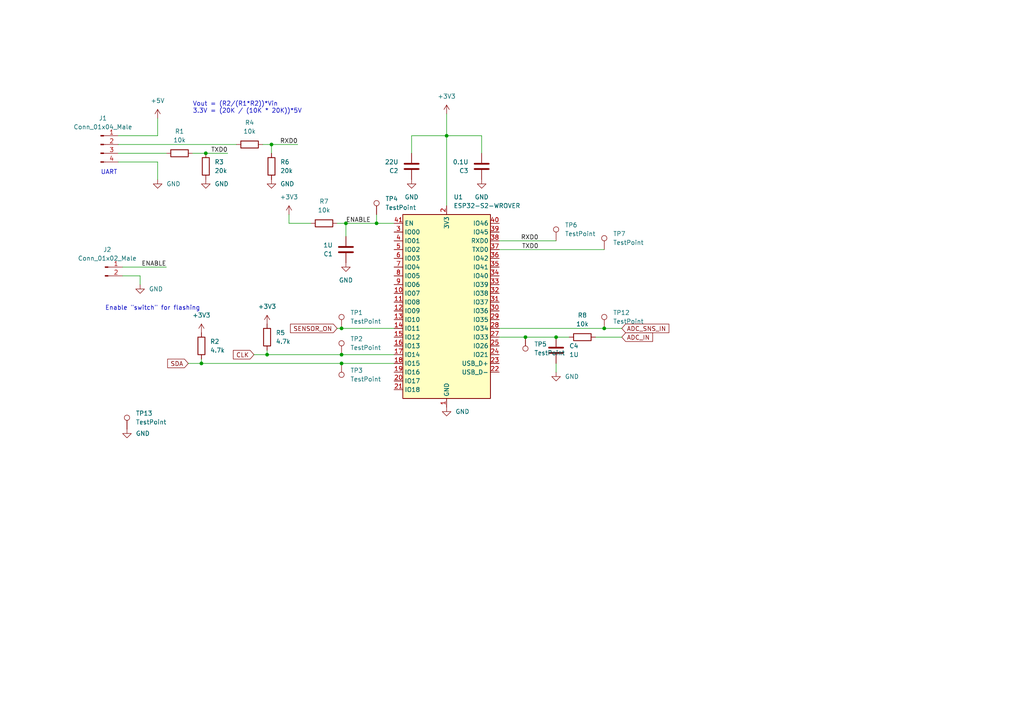
<source format=kicad_sch>
(kicad_sch (version 20211123) (generator eeschema)
  (paper "A4")
  (title_block (title "ESP32_SOLO") (date "2022-02-13") (rev "1.0"))
  (lib_symbols
    (symbol "Connector:Conn_01x02_Male" (pin_names (offset 1.016) hide)
      (property "Reference" "J" (at 0 2.54 0))
      (property "Value" "Conn_01x02_Male" (at 0 -5.08 0))
      (symbol "Conn_01x02_Male_1_1"
        (polyline (pts (xy 1.27 -2.54) (xy 0.8636 -2.54)) (stroke (width 0.1524)))
        (polyline (pts (xy 1.27 0) (xy 0.8636 0)) (stroke (width 0.1524)))
        (rectangle (start 0.8636 -2.413) (end 0 -2.667) (stroke (width 0.1524)) (fill (type outline)))
        (rectangle (start 0.8636 0.127) (end 0 -0.127) (stroke (width 0.1524)) (fill (type outline)))
        (pin passive line (at 5.08 0 180) (length 3.81) (name "Pin_1") (number "1"))
        (pin passive line (at 5.08 -2.54 180) (length 3.81) (name "Pin_2") (number "2"))
      )
    )
    (symbol "Connector:Conn_01x04_Male" (pin_names (offset 1.016) hide)
      (property "Reference" "J" (at 0 5.08 0))
      (property "Value" "Conn_01x04_Male" (at 0 -7.62 0))
      (symbol "Conn_01x04_Male_1_1"
        (polyline (pts (xy 1.27 -5.08) (xy 0.8636 -5.08)) (stroke (width 0.1524)))
        (polyline (pts (xy 1.27 -2.54) (xy 0.8636 -2.54)) (stroke (width 0.1524)))
        (polyline (pts (xy 1.27 0) (xy 0.8636 0)) (stroke (width 0.1524)))
        (polyline (pts (xy 1.27 2.54) (xy 0.8636 2.54)) (stroke (width 0.1524)))
        (rectangle (start 0.8636 -4.953) (end 0 -5.207) (stroke (width 0.1524)) (fill (type outline)))
        (rectangle (start 0.8636 -2.413) (end 0 -2.667) (stroke (width 0.1524)) (fill (type outline)))
        (rectangle (start 0.8636 0.127) (end 0 -0.127) (stroke (width 0.1524)) (fill (type outline)))
        (rectangle (start 0.8636 2.667) (end 0 2.413) (stroke (width 0.1524)) (fill (type outline)))
        (pin passive line (at 5.08 2.54 180) (length 3.81) (name "Pin_1") (number "1"))
        (pin passive line (at 5.08 0 180) (length 3.81) (name "Pin_2") (number "2"))
        (pin passive line (at 5.08 -2.54 180) (length 3.81) (name "Pin_3") (number "3"))
        (pin passive line (at 5.08 -5.08 180) (length 3.81) (name "Pin_4") (number "4"))
      )
    )
    (symbol "Connector:TestPoint" (pin_numbers hide) (pin_names (offset 0.762) hide)
      (property "Reference" "TP" (at 0 6.858 0))
      (property "Value" "TestPoint" (at 0 5.08 0))
      (symbol "TestPoint_0_1"
        (circle (center 0 3.302) (radius 0.762))
      )
      (symbol "TestPoint_1_1"
        (pin passive line (at 0 0 90) (length 2.54) (name "1") (number "1"))
      )
    )
    (symbol "Device:C" (pin_numbers hide) (pin_names (offset 0.254))
      (property "Reference" "C" (at 0.635 2.54 0))
      (property "Value" "C" (at 0.635 -2.54 0))
      (symbol "C_0_1"
        (polyline (pts (xy -2.032 -0.762) (xy 2.032 -0.762)) (stroke (width 0.508)))
        (polyline (pts (xy -2.032 0.762) (xy 2.032 0.762)) (stroke (width 0.508)))
      )
      (symbol "C_1_1"
        (pin passive line (at 0 3.81 270) (length 2.794) (name "~") (number "1"))
        (pin passive line (at 0 -3.81 90) (length 2.794) (name "~") (number "2"))
      )
    )
    (symbol "Device:R" (pin_numbers hide) (pin_names (offset 0))
      (property "Reference" "R" (at 2.032 0 90))
      (property "Value" "R" (at 0 0 90))
      (symbol "R_0_1"
        (rectangle (start -1.016 -2.54) (end 1.016 2.54) (stroke (width 0.254)))
      )
      (symbol "R_1_1"
        (pin passive line (at 0 3.81 270) (length 1.27) (name "~") (number "1"))
        (pin passive line (at 0 -3.81 90) (length 1.27) (name "~") (number "2"))
      )
    )
    (symbol "RF_Module:ESP32-S2-WROVER"
      (property "Reference" "U" (at -12.7 29.21 0))
      (property "Value" "ESP32-S2-WROVER" (at 2.54 29.21 0))
      (symbol "ESP32-S2-WROVER_0_1"
        (rectangle (start -12.7 27.94) (end 12.7 -25.4) (stroke (width 0.254)) (fill (type background)))
      )
      (symbol "ESP32-S2-WROVER_1_1"
        (pin power_in line (at 0 -27.94 90) (length 2.54) (name "GND") (number "1"))
        (pin bidirectional line (at -15.24 5.08 0) (length 2.54) (name "IO07") (number "10"))
        (pin bidirectional line (at -15.24 2.54 0) (length 2.54) (name "IO08") (number "11"))
        (pin bidirectional line (at -15.24 0 0) (length 2.54) (name "IO09") (number "12"))
        (pin bidirectional line (at -15.24 -2.54 0) (length 2.54) (name "IO10") (number "13"))
        (pin bidirectional line (at -15.24 -5.08 0) (length 2.54) (name "IO11") (number "14"))
        (pin bidirectional line (at -15.24 -7.62 0) (length 2.54) (name "IO12") (number "15"))
        (pin bidirectional line (at -15.24 -10.16 0) (length 2.54) (name "IO13") (number "16"))
        (pin bidirectional line (at -15.24 -12.7 0) (length 2.54) (name "IO14") (number "17"))
        (pin bidirectional line (at -15.24 -15.24 0) (length 2.54) (name "IO15") (number "18"))
        (pin bidirectional line (at -15.24 -17.78 0) (length 2.54) (name "IO16") (number "19"))
        (pin power_in line (at 0 30.48 270) (length 2.54) (name "3V3") (number "2"))
        (pin bidirectional line (at -15.24 -20.32 0) (length 2.54) (name "IO17") (number "20"))
        (pin bidirectional line (at -15.24 -22.86 0) (length 2.54) (name "IO18") (number "21"))
        (pin bidirectional line (at 15.24 -17.78 180) (length 2.54) (name "USB_D-") (number "22"))
        (pin bidirectional line (at 15.24 -15.24 180) (length 2.54) (name "USB_D+") (number "23"))
        (pin bidirectional line (at 15.24 -12.7 180) (length 2.54) (name "IO21") (number "24"))
        (pin bidirectional line (at 15.24 -10.16 180) (length 2.54) (name "IO26") (number "25"))
        (pin passive line (at 0 -27.94 90) (length 2.54) hide (name "GND") (number "26"))
        (pin bidirectional line (at 15.24 -7.62 180) (length 2.54) (name "IO33") (number "27"))
        (pin bidirectional line (at 15.24 -5.08 180) (length 2.54) (name "IO34") (number "28"))
        (pin bidirectional line (at 15.24 -2.54 180) (length 2.54) (name "IO35") (number "29"))
        (pin bidirectional line (at -15.24 22.86 0) (length 2.54) (name "IO00") (number "3"))
        (pin bidirectional line (at 15.24 0 180) (length 2.54) (name "IO36") (number "30"))
        (pin bidirectional line (at 15.24 2.54 180) (length 2.54) (name "IO37") (number "31"))
        (pin bidirectional line (at 15.24 5.08 180) (length 2.54) (name "IO38") (number "32"))
        (pin bidirectional line (at 15.24 7.62 180) (length 2.54) (name "IO39") (number "33"))
        (pin bidirectional line (at 15.24 10.16 180) (length 2.54) (name "IO40") (number "34"))
        (pin bidirectional line (at 15.24 12.7 180) (length 2.54) (name "IO41") (number "35"))
        (pin bidirectional line (at 15.24 15.24 180) (length 2.54) (name "IO42") (number "36"))
        (pin bidirectional line (at 15.24 17.78 180) (length 2.54) (name "TXD0") (number "37"))
        (pin bidirectional line (at 15.24 20.32 180) (length 2.54) (name "RXD0") (number "38"))
        (pin bidirectional line (at 15.24 22.86 180) (length 2.54) (name "IO45") (number "39"))
        (pin bidirectional line (at -15.24 20.32 0) (length 2.54) (name "IO01") (number "4"))
        (pin input line (at 15.24 25.4 180) (length 2.54) (name "IO46") (number "40"))
        (pin input line (at -15.24 25.4 0) (length 2.54) (name "EN") (number "41"))
        (pin passive line (at 0 -27.94 90) (length 2.54) hide (name "GND") (number "42"))
        (pin passive line (at 0 -27.94 90) (length 2.54) hide (name "GND") (number "43"))
        (pin bidirectional line (at -15.24 17.78 0) (length 2.54) (name "IO02") (number "5"))
        (pin bidirectional line (at -15.24 15.24 0) (length 2.54) (name "IO03") (number "6"))
        (pin bidirectional line (at -15.24 12.7 0) (length 2.54) (name "IO04") (number "7"))
        (pin bidirectional line (at -15.24 10.16 0) (length 2.54) (name "IO05") (number "8"))
        (pin bidirectional line (at -15.24 7.62 0) (length 2.54) (name "IO06") (number "9"))
      )
    )
    (symbol "power:+3.3V" (power) (pin_names (offset 0))
      (property "Value" "+3.3V" (at 0 3.556 0))
      (symbol "+3.3V_0_1"
        (polyline (pts (xy -0.762 1.27) (xy 0 2.54)))
        (polyline (pts (xy 0 0) (xy 0 2.54)))
        (polyline (pts (xy 0 2.54) (xy 0.762 1.27)))
      )
      (symbol "+3.3V_1_1"
        (pin power_in line (at 0 0 90) (length 0) hide (name "+3V3") (number "1"))
      )
    )
    (symbol "power:+5V" (power) (pin_names (offset 0))
      (property "Value" "+5V" (at 0 3.556 0))
      (symbol "+5V_0_1"
        (polyline (pts (xy -0.762 1.27) (xy 0 2.54)))
        (polyline (pts (xy 0 0) (xy 0 2.54)))
        (polyline (pts (xy 0 2.54) (xy 0.762 1.27)))
      )
      (symbol "+5V_1_1"
        (pin power_in line (at 0 0 90) (length 0) hide (name "+5V") (number "1"))
      )
    )
    (symbol "power:GND" (power) (pin_names (offset 0))
      (property "Value" "GND" (at 0 -3.81 0))
      (symbol "GND_0_1"
        (polyline (pts (xy 0 0) (xy 0 -1.27) (xy 1.27 -1.27) (xy 0 -2.54) (xy -1.27 -1.27) (xy 0 -1.27)))
      )
      (symbol "GND_1_1"
        (pin power_in line (at 0 0 270) (length 0) hide (name "GND") (number "1"))
      )
    )
  )
  (junction (at 99.06 102.87))
  (junction (at 59.69 44.45))
  (junction (at 78.74 41.91))
  (junction (at 152.4 97.79))
  (junction (at 161.29 97.79))
  (junction (at 129.54 39.37))
  (junction (at 99.06 105.41))
  (junction (at 99.06 95.25))
  (junction (at 58.42 105.41))
  (junction (at 100.33 64.77))
  (junction (at 77.47 102.87))
  (junction (at 175.26 95.25))
  (junction (at 109.22 64.77))
  (wire (pts (xy 144.78 97.79) (xy 152.4 97.79)))
  (wire (pts (xy 175.26 95.25) (xy 180.34 95.25)))
  (wire (pts (xy 90.17 64.77) (xy 83.82 64.77)))
  (wire (pts (xy 99.06 102.87) (xy 114.3 102.87)))
  (wire (pts (xy 58.42 105.41) (xy 99.06 105.41)))
  (wire (pts (xy 45.72 46.99) (xy 45.72 52.07)))
  (wire (pts (xy 109.22 62.23) (xy 109.22 64.77)))
  (wire (pts (xy 35.56 80.01) (xy 40.64 80.01)))
  (wire (pts (xy 77.47 101.6) (xy 77.47 102.87)))
  (wire (pts (xy 54.61 105.41) (xy 58.42 105.41)))
  (wire (pts (xy 100.33 64.77) (xy 109.22 64.77)))
  (wire (pts (xy 34.29 46.99) (xy 45.72 46.99)))
  (wire (pts (xy 129.54 33.02) (xy 129.54 39.37)))
  (wire (pts (xy 97.79 95.25) (xy 99.06 95.25)))
  (wire (pts (xy 35.56 77.47) (xy 48.26 77.47)))
  (wire (pts (xy 34.29 44.45) (xy 48.26 44.45)))
  (wire (pts (xy 59.69 44.45) (xy 66.04 44.45)))
  (wire (pts (xy 34.29 41.91) (xy 68.58 41.91)))
  (wire (pts (xy 73.66 102.87) (xy 77.47 102.87)))
  (wire (pts (xy 78.74 41.91) (xy 78.74 44.45)))
  (wire (pts (xy 83.82 64.77) (xy 83.82 62.23)))
  (wire (pts (xy 119.38 39.37) (xy 129.54 39.37)))
  (wire (pts (xy 99.06 105.41) (xy 114.3 105.41)))
  (wire (pts (xy 172.72 97.79) (xy 180.34 97.79)))
  (wire (pts (xy 152.4 97.79) (xy 161.29 97.79)))
  (wire (pts (xy 144.78 72.39) (xy 175.26 72.39)))
  (wire (pts (xy 97.79 64.77) (xy 100.33 64.77)))
  (wire (pts (xy 76.2 41.91) (xy 78.74 41.91)))
  (wire (pts (xy 129.54 39.37) (xy 129.54 59.69)))
  (wire (pts (xy 99.06 95.25) (xy 114.3 95.25)))
  (wire (pts (xy 40.64 80.01) (xy 40.64 82.55)))
  (wire (pts (xy 34.29 39.37) (xy 45.72 39.37)))
  (wire (pts (xy 129.54 39.37) (xy 139.7 39.37)))
  (wire (pts (xy 58.42 104.14) (xy 58.42 105.41)))
  (wire (pts (xy 161.29 105.41) (xy 161.29 107.95)))
  (wire (pts (xy 139.7 39.37) (xy 139.7 44.45)))
  (wire (pts (xy 119.38 39.37) (xy 119.38 44.45)))
  (wire (pts (xy 55.88 44.45) (xy 59.69 44.45)))
  (wire (pts (xy 161.29 97.79) (xy 165.1 97.79)))
  (wire (pts (xy 77.47 102.87) (xy 99.06 102.87)))
  (wire (pts (xy 100.33 64.77) (xy 100.33 68.58)))
  (wire (pts (xy 78.74 41.91) (xy 86.36 41.91)))
  (wire (pts (xy 109.22 64.77) (xy 114.3 64.77)))
  (wire (pts (xy 144.78 95.25) (xy 175.26 95.25)))
  (wire (pts (xy 45.72 34.29) (xy 45.72 39.37)))
  (wire (pts (xy 144.78 69.85) (xy 161.29 69.85)))
  (text "Enable \"switch\" for flashing" (at 30.48 90.17 0) (effects (font (size 1.27 1.27)) (justify left bottom)))
  (text "Vout = (R2/(R1*R2))*Vin\n3.3V = (20K / (10K * 20K))*5V" (at 55.88 33.02 0) (effects (font (size 1.27 1.27)) (justify left bottom)))
  (text "UART" (at 29.21 50.8 0) (effects (font (size 1.27 1.27)) (justify left bottom)))
  (label "ENABLE" (at 100.33 64.77 0))
  (label "TXD0" (at 66.04 44.45 180))
  (label "RXD0" (at 86.36 41.91 180))
  (label "TXD0" (at 156.21 72.39 180))
  (label "ENABLE" (at 48.26 77.47 180))
  (label "RXD0" (at 156.21 69.85 180))
  (global_label "ADC_IN" (shape input) (at 180.34 97.79 0) (property "Intersheet References" "${INTERSHEET_REFS}" (at 189.2845 97.7106 0) (effects (justify left))))
  (global_label "CLK" (shape input) (at 73.66 102.87 180) (property "Intersheet References" "${INTERSHEET_REFS}" (at 67.6788 102.7906 0) (effects (justify right))))
  (global_label "SENSOR_ON" (shape input) (at 97.79 95.25 180) (property "Intersheet References" "${INTERSHEET_REFS}" (at 84.2493 95.1706 0) (effects (justify right))))
  (global_label "SDA" (shape input) (at 54.61 105.41 180) (property "Intersheet References" "${INTERSHEET_REFS}" (at 48.6288 105.3306 0) (effects (justify right))))
  (global_label "ADC_SNS_IN" (shape input) (at 180.34 95.25 0) (property "Intersheet References" "${INTERSHEET_REFS}" (at 194.0017 95.3294 0) (effects (justify left))))
  (symbol (lib_id "Connector:TestPoint") (at 175.26 72.39 0) (unit 1)
    (property "Reference" "TP7" (at 177.8 67.8179 0) (effects (justify left)))
    (property "Value" "TestPoint" (at 177.8 70.3579 0) (effects (justify left)))
    (property "Footprint" "Connector_PinHeader_2.54mm:PinHeader_1x01_P2.54mm_Vertical" (effects hide))
  )
  (symbol (lib_id "power:+5V") (at 45.72 34.29 0) (unit 1)
    (property "Reference" "#PWR0101" (effects hide))
    (property "Value" "+5V" (at 45.72 29.21 0))
  )
  (symbol (lib_id "power:GND") (at 139.7 52.07 0) (unit 1)
    (property "Reference" "#PWR0111" (effects hide))
    (property "Value" "GND" (at 139.7 57.15 0))
  )
  (symbol (lib_id "Connector:TestPoint") (at 175.26 95.25 0) (unit 1)
    (property "Reference" "TP12" (at 177.8 90.6779 0) (effects (justify left)))
    (property "Value" "TestPoint" (at 177.8 93.2179 0) (effects (justify left)))
    (property "Footprint" "Connector_PinHeader_2.54mm:PinHeader_1x01_P2.54mm_Vertical" (effects hide))
  )
  (symbol (lib_id "power:GND") (at 100.33 76.2 0) (unit 1)
    (property "Reference" "#PWR0110" (effects hide))
    (property "Value" "GND" (at 100.33 81.28 0))
  )
  (symbol (lib_id "Connector:TestPoint") (at 152.4 97.79 180) (unit 1)
    (property "Reference" "TP5" (at 154.94 99.8219 0) (effects (justify right)))
    (property "Value" "TestPoint" (at 154.94 102.3619 0) (effects (justify right)))
    (property "Footprint" "Connector_PinHeader_2.54mm:PinHeader_1x01_P2.54mm_Vertical" (effects hide))
  )
  (symbol (lib_id "power:GND") (at 161.29 107.95 0) (unit 1)
    (property "Reference" "#PWR0113" (effects hide))
    (property "Value" "GND" (at 163.83 109.2199 0) (effects (justify left)))
  )
  (symbol (lib_id "Device:R") (at 72.39 41.91 90) (unit 1)
    (property "Reference" "R4" (at 72.39 35.56 90))
    (property "Value" "10k" (at 72.39 38.1 90))
    (property "Footprint" "Resistor_SMD:R_1206_3216Metric_Pad1.30x1.75mm_HandSolder" (effects hide))
  )
  (symbol (lib_id "Device:R") (at 58.42 100.33 180) (unit 1)
    (property "Reference" "R2" (at 60.9471 99.0599 0) (effects (justify right)))
    (property "Value" "4.7k" (at 60.9471 101.5999 0) (effects (justify right)))
    (property "Footprint" "Resistor_SMD:R_1206_3216Metric_Pad1.30x1.75mm_HandSolder" (effects hide))
  )
  (symbol (lib_id "Device:R") (at 59.69 48.26 180) (unit 1)
    (property "Reference" "R3" (at 62.23 46.9899 0) (effects (justify right)))
    (property "Value" "20k" (at 62.23 49.5299 0) (effects (justify right)))
    (property "Footprint" "Resistor_SMD:R_1206_3216Metric_Pad1.30x1.75mm_HandSolder" (effects hide))
  )
  (symbol (lib_id "Device:C") (at 100.33 72.39 180) (unit 1)
    (property "Reference" "C1" (at 96.52 73.6601 0) (effects (justify left)))
    (property "Value" "1U" (at 96.52 71.1201 0) (effects (justify left)))
    (property "Footprint" "Capacitor_SMD:C_1206_3216Metric_Pad1.33x1.80mm_HandSolder" (effects hide))
  )
  (symbol (lib_id "power:GND") (at 40.64 82.55 0) (unit 1)
    (property "Reference" "#PWR0106" (effects hide))
    (property "Value" "GND" (at 43.18 83.8199 0) (effects (justify left)))
  )
  (symbol (lib_id "Device:R") (at 93.98 64.77 90) (unit 1)
    (property "Reference" "R7" (at 93.98 58.42 90))
    (property "Value" "10k" (at 93.98 60.96 90))
    (property "Footprint" "Resistor_SMD:R_1206_3216Metric_Pad1.30x1.75mm_HandSolder" (effects hide))
  )
  (symbol (lib_id "power:+3.3V") (at 58.42 96.52 0) (unit 1)
    (property "Reference" "#PWR0107" (effects hide))
    (property "Value" "+3.3V" (at 58.42 91.44 0))
  )
  (symbol (lib_id "power:GND") (at 45.72 52.07 0) (unit 1)
    (property "Reference" "#PWR0105" (effects hide))
    (property "Value" "GND" (at 48.26 53.3399 0) (effects (justify left)))
  )
  (symbol (lib_id "power:+3.3V") (at 129.54 33.02 0) (unit 1)
    (property "Reference" "#PWR0112" (effects hide))
    (property "Value" "+3.3V" (at 129.54 27.94 0))
  )
  (symbol (lib_id "Device:R") (at 77.47 97.79 180) (unit 1)
    (property "Reference" "R5" (at 79.9971 96.5199 0) (effects (justify right)))
    (property "Value" "4.7k" (at 79.9971 99.0599 0) (effects (justify right)))
    (property "Footprint" "Resistor_SMD:R_1206_3216Metric_Pad1.30x1.75mm_HandSolder" (effects hide))
  )
  (symbol (lib_id "power:GND") (at 59.69 52.07 0) (unit 1)
    (property "Reference" "#PWR0104" (effects hide))
    (property "Value" "GND" (at 62.23 53.3399 0) (effects (justify left)))
  )
  (symbol (lib_id "Device:R") (at 168.91 97.79 90) (unit 1)
    (property "Reference" "R8" (at 168.91 91.44 90))
    (property "Value" "10k" (at 168.91 93.98 90))
    (property "Footprint" "Resistor_SMD:R_1206_3216Metric_Pad1.30x1.75mm_HandSolder" (effects hide))
  )
  (symbol (lib_id "Connector:Conn_01x02_Male") (at 30.48 77.47 0) (unit 1)
    (property "Reference" "J2" (at 31.115 72.39 0))
    (property "Value" "Conn_01x02_Male" (at 31.115 74.93 0))
    (property "Footprint" "Connector_PinHeader_2.54mm:PinHeader_1x02_P2.54mm_Vertical" (effects hide))
  )
  (symbol (lib_id "power:GND") (at 119.38 52.07 0) (unit 1)
    (property "Reference" "#PWR0109" (effects hide))
    (property "Value" "GND" (at 119.38 57.15 0))
  )
  (symbol (lib_id "Connector:TestPoint") (at 36.83 124.46 0) (unit 1)
    (property "Reference" "TP13" (at 39.37 119.8879 0) (effects (justify left)))
    (property "Value" "TestPoint" (at 39.37 122.4279 0) (effects (justify left)))
    (property "Footprint" "Connector_PinHeader_2.54mm:PinHeader_1x01_P2.54mm_Vertical" (effects hide))
  )
  (symbol (lib_id "Connector:TestPoint") (at 99.06 102.87 0) (unit 1)
    (property "Reference" "TP2" (at 101.6 98.2979 0) (effects (justify left)))
    (property "Value" "TestPoint" (at 101.6 100.8379 0) (effects (justify left)))
    (property "Footprint" "Connector_PinHeader_2.54mm:PinHeader_1x01_P2.54mm_Vertical" (effects hide))
  )
  (symbol (lib_id "RF_Module:ESP32-S2-WROVER") (at 129.54 90.17 0) (unit 1)
    (property "Reference" "U1" (at 131.5594 57.15 0) (effects (justify left)))
    (property "Value" "ESP32-S2-WROVER" (at 131.5594 59.69 0) (effects (justify left)))
    (property "Footprint" "RF_Module:ESP32-S2-WROVER" (effects hide))
    (property "Datasheet" "https://www.espressif.com/sites/default/files/documentation/esp32-s2-wroom_esp32-s2-wroom-i_datasheet_en.pdf" (effects hide))
  )
  (symbol (lib_id "Connector:Conn_01x04_Male") (at 29.21 41.91 0) (unit 1)
    (property "Reference" "J1" (at 29.845 34.29 0))
    (property "Value" "Conn_01x04_Male" (at 29.845 36.83 0))
    (property "Footprint" "Connector_PinHeader_2.54mm:PinHeader_1x04_P2.54mm_Vertical" (effects hide))
  )
  (symbol (lib_id "Connector:TestPoint") (at 161.29 69.85 0) (unit 1)
    (property "Reference" "TP6" (at 163.83 65.2779 0) (effects (justify left)))
    (property "Value" "TestPoint" (at 163.83 67.8179 0) (effects (justify left)))
    (property "Footprint" "Connector_PinHeader_2.54mm:PinHeader_1x01_P2.54mm_Vertical" (effects hide))
  )
  (symbol (lib_id "Device:R") (at 52.07 44.45 90) (unit 1)
    (property "Reference" "R1" (at 52.07 38.1 90))
    (property "Value" "10k" (at 52.07 40.64 90))
    (property "Footprint" "Resistor_SMD:R_1206_3216Metric_Pad1.30x1.75mm_HandSolder" (effects hide))
  )
  (symbol (lib_id "power:GND") (at 36.83 124.46 0) (unit 1)
    (property "Reference" "#PWR0137" (effects hide))
    (property "Value" "GND" (at 39.37 125.7299 0) (effects (justify left)))
  )
  (symbol (lib_id "Connector:TestPoint") (at 99.06 95.25 0) (unit 1)
    (property "Reference" "TP1" (at 101.6 90.6779 0) (effects (justify left)))
    (property "Value" "TestPoint" (at 101.6 93.2179 0) (effects (justify left)))
    (property "Footprint" "Connector_PinHeader_2.54mm:PinHeader_1x01_P2.54mm_Vertical" (effects hide))
  )
  (symbol (lib_id "power:+3.3V") (at 77.47 93.98 0) (unit 1)
    (property "Reference" "#PWR0108" (effects hide))
    (property "Value" "+3.3V" (at 77.47 88.9 0))
  )
  (symbol (lib_id "Connector:TestPoint") (at 99.06 105.41 180) (unit 1)
    (property "Reference" "TP3" (at 101.6 107.4419 0) (effects (justify right)))
    (property "Value" "TestPoint" (at 101.6 109.9819 0) (effects (justify right)))
    (property "Footprint" "Connector_PinHeader_2.54mm:PinHeader_1x01_P2.54mm_Vertical" (effects hide))
  )
  (symbol (lib_id "power:GND") (at 78.74 52.07 0) (unit 1)
    (property "Reference" "#PWR0103" (effects hide))
    (property "Value" "GND" (at 81.28 53.3399 0) (effects (justify left)))
  )
  (symbol (lib_id "power:+3.3V") (at 83.82 62.23 0) (unit 1)
    (property "Reference" "#PWR0102" (effects hide))
    (property "Value" "+3.3V" (at 83.82 57.15 0))
  )
  (symbol (lib_id "Device:C") (at 139.7 48.26 180) (unit 1)
    (property "Reference" "C3" (at 135.89 49.5301 0) (effects (justify left)))
    (property "Value" "0.1U" (at 135.89 46.9901 0) (effects (justify left)))
    (property "Footprint" "Capacitor_SMD:C_1206_3216Metric_Pad1.33x1.80mm_HandSolder" (effects hide))
  )
  (symbol (lib_id "Device:R") (at 78.74 48.26 180) (unit 1)
    (property "Reference" "R6" (at 81.28 46.9899 0) (effects (justify right)))
    (property "Value" "20k" (at 81.28 49.5299 0) (effects (justify right)))
    (property "Footprint" "Resistor_SMD:R_1206_3216Metric_Pad1.30x1.75mm_HandSolder" (effects hide))
  )
  (symbol (lib_id "Device:C") (at 161.29 101.6 0) (unit 1)
    (property "Reference" "C4" (at 165.1 100.3299 0) (effects (justify left)))
    (property "Value" "1U" (at 165.1 102.8699 0) (effects (justify left)))
    (property "Footprint" "Capacitor_SMD:C_1206_3216Metric_Pad1.33x1.80mm_HandSolder" (effects hide))
  )
  (symbol (lib_id "Connector:TestPoint") (at 109.22 62.23 0) (unit 1)
    (property "Reference" "TP4" (at 111.76 57.6579 0) (effects (justify left)))
    (property "Value" "TestPoint" (at 111.76 60.1979 0) (effects (justify left)))
    (property "Footprint" "Connector_PinHeader_2.54mm:PinHeader_1x01_P2.54mm_Vertical" (effects hide))
  )
  (symbol (lib_id "Device:C") (at 119.38 48.26 180) (unit 1)
    (property "Reference" "C2" (at 115.57 49.5301 0) (effects (justify left)))
    (property "Value" "22U" (at 115.57 46.9901 0) (effects (justify left)))
    (property "Footprint" "Capacitor_SMD:C_1206_3216Metric_Pad1.33x1.80mm_HandSolder" (effects hide))
  )
  (symbol (lib_id "power:GND") (at 129.54 118.11 0) (unit 1)
    (property "Reference" "#PWR0114" (effects hide))
    (property "Value" "GND" (at 132.08 119.3799 0) (effects (justify left)))
  )
)
</source>
